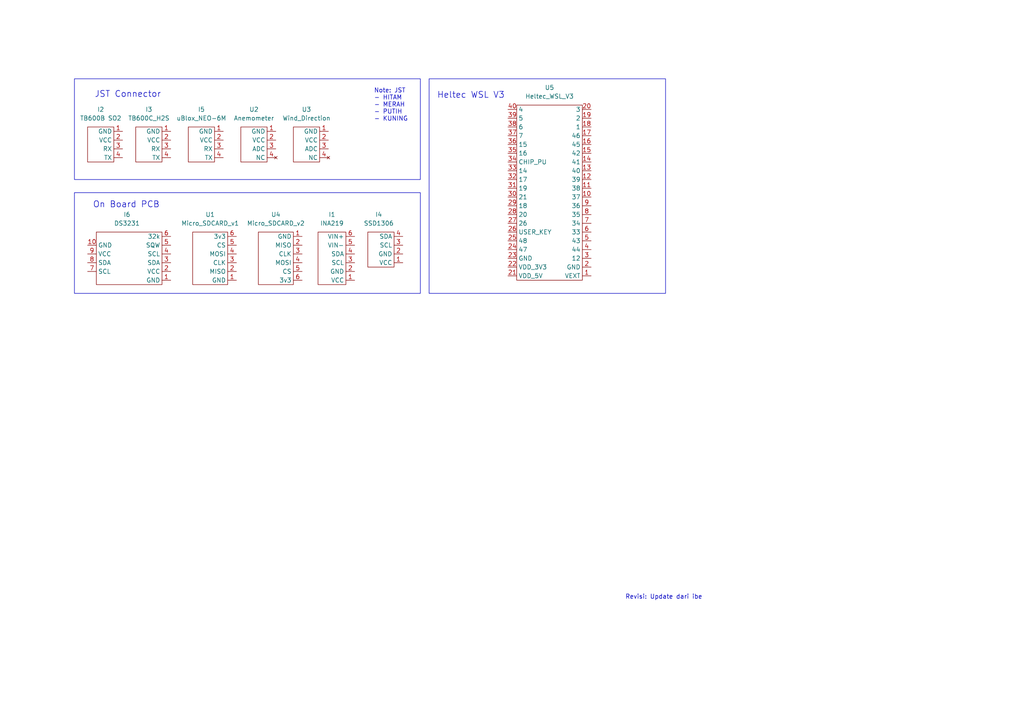
<source format=kicad_sch>
(kicad_sch (version 20250114) (generator "eeschema") (generator_version "9.0")
  (paper "A4")
  (lib_symbols
    (symbol "myCustom_STAS_RG:Anemometer"
      (property "Reference" "U2" (at 0 10.16 0))
      (property "Value" "Anemometer" (at 0 7.62 0))
      (symbol "Anemometer_0_1"
        (rectangle (start -3.81 5.08) (end 3.81 -5.08))
      )
      (symbol "Anemometer_1_1"
        (pin passive line (at 6.35 3.81 180) (length 2.54) (name "GND") (number "1"))
        (pin power_in line (at 6.35 1.27 180) (length 2.54) (name "VCC") (number "2"))
        (pin bidirectional line (at 6.35 -1.27 180) (length 2.54) (name "ADC") (number "3"))
        (pin no_connect line (at 6.35 -3.81 180) (length 2.54) (name "NC") (number "4"))
      )
    )
    (symbol "myCustom_STAS_RG:GPS"
      (property "Reference" "I5" (at 0 10.16 0))
      (property "Value" "uBlox_NEO-6M" (at 0 7.62 0))
      (symbol "GPS_0_1"
        (rectangle (start -3.8099 5.08) (end 3.81 -5.08))
      )
      (symbol "GPS_1_1"
        (pin passive line (at 6.35 3.81 180) (length 2.54) (name "GND") (number "1"))
        (pin power_in line (at 6.35 1.27 180) (length 2.54) (name "VCC") (number "2"))
        (pin bidirectional line (at 6.35 -1.27 180) (length 2.54) (name "RX") (number "3"))
        (pin bidirectional line (at 6.35 -3.81 180) (length 2.54) (name "TX") (number "4"))
      )
    )
    (symbol "myCustom_STAS_RG:INA219"
      (property "Reference" "I1" (at 16.51 -1.0355 90))
      (property "Value" "INA219" (at 13.97 -1.0355 90))
      (symbol "INA219_0_1"
        (rectangle (start -3.81 3.0089) (end 11.43 -5.08))
      )
      (symbol "INA219_1_1"
        (pin power_in line (at -2.54 -7.62 90) (length 2.54) (name "VCC") (number "1"))
        (pin passive line (at 0 -7.62 90) (length 2.54) (name "GND") (number "2"))
        (pin bidirectional line (at 2.54 -7.62 90) (length 2.54) (name "SCL") (number "3"))
        (pin bidirectional line (at 5.08 -7.62 90) (length 2.54) (name "SDA") (number "4"))
        (pin bidirectional line (at 7.62 -7.62 90) (length 2.54) (name "VIN-") (number "5"))
        (pin bidirectional line (at 10.16 -7.62 90) (length 2.54) (name "VIN+") (number "6"))
      )
    )
    (symbol "myCustom_STAS_RG:RTC_DS3231​"
      (property "Reference" "I6" (at 0 12.7 0))
      (property "Value" "DS3231​" (at 0 10.16 0))
      (symbol "RTC_DS3231​_0_1"
        (rectangle (start -8.89 7.62) (end 10.16 -7.62))
      )
      (symbol "RTC_DS3231​_1_1"
        (pin passive line (at -11.43 3.81 0) (length 2.54) (name "GND") (number "10"))
        (pin power_in line (at -11.43 1.27 0) (length 2.54) (name "VCC") (number "9"))
        (pin bidirectional line (at -11.43 -1.27 0) (length 2.54) (name "SDA") (number "8"))
        (pin bidirectional line (at -11.43 -3.81 0) (length 2.54) (name "SCL") (number "7"))
        (pin output line (at 12.7 6.35 180) (length 2.54) (name "32k") (number "6"))
        (pin output line (at 12.7 3.81 180) (length 2.54) (name "SQW") (number "5"))
        (pin bidirectional line (at 12.7 1.27 180) (length 2.54) (name "SCL") (number "4"))
        (pin bidirectional line (at 12.7 -1.27 180) (length 2.54) (name "SDA") (number "3"))
        (pin power_in line (at 12.7 -3.81 180) (length 2.54) (name "VCC") (number "2"))
        (pin passive line (at 12.7 -6.35 180) (length 2.54) (name "GND") (number "1"))
      )
    )
    (symbol "myCustom_STAS_RG:SPI SD Card"
      (property "Reference" "U1" (at 0 11.43 0))
      (property "Value" "Micro_SDCARD_v1" (at 0 8.89 0))
      (symbol "SPI SD Card_0_1"
        (rectangle (start -5.08 6.35) (end 5.08 -8.89))
      )
      (symbol "SPI SD Card_1_1"
        (pin power_in line (at 7.62 5.08 180) (length 2.54) (name "3v3") (number "6"))
        (pin bidirectional line (at 7.62 2.54 180) (length 2.54) (name "CS") (number "5"))
        (pin bidirectional line (at 7.62 0 180) (length 2.54) (name "MOSI") (number "4"))
        (pin bidirectional line (at 7.62 -2.54 180) (length 2.54) (name "CLK") (number "3"))
        (pin bidirectional line (at 7.62 -5.08 180) (length 2.54) (name "MISO") (number "2"))
        (pin passive line (at 7.62 -7.62 180) (length 2.54) (name "GND") (number "1"))
      )
    )
    (symbol "myCustom_STAS_RG:SPI SD Card_v2"
      (property "Reference" "U4" (at 0 11.43 0))
      (property "Value" "Micro_SDCARD_v2" (at 0 8.89 0))
      (symbol "SPI SD Card_v2_0_1"
        (rectangle (start -5.08 6.35) (end 5.08 -8.89))
      )
      (symbol "SPI SD Card_v2_1_1"
        (pin passive line (at 7.62 5.08 180) (length 2.54) (name "GND") (number "1"))
        (pin bidirectional line (at 7.62 2.54 180) (length 2.54) (name "MISO") (number "2"))
        (pin bidirectional line (at 7.62 0 180) (length 2.54) (name "CLK") (number "3"))
        (pin bidirectional line (at 7.62 -2.54 180) (length 2.54) (name "MOSI") (number "4"))
        (pin bidirectional line (at 7.62 -5.08 180) (length 2.54) (name "CS") (number "5"))
        (pin power_in line (at 7.62 -7.62 180) (length 2.54) (name "3v3") (number "6"))
      )
    )
    (symbol "myCustom_STAS_RG:SSD1306​"
      (property "Reference" "I4" (at -0.635 6.35 0))
      (property "Value" "SSD1306​" (at -0.635 3.81 0))
      (symbol "SSD1306​_0_1"
        (rectangle (start -3.81 1.27) (end 3.81 -8.89))
      )
      (symbol "SSD1306​_1_1"
        (pin bidirectional line (at 6.35 0 180) (length 2.54) (name "SDA") (number "4"))
        (pin bidirectional line (at 6.35 -2.54 180) (length 2.54) (name "SCL") (number "3"))
        (pin passive line (at 6.35 -5.08 180) (length 2.54) (name "GND") (number "2"))
        (pin power_in line (at 6.35 -7.62 180) (length 2.54) (name "VCC") (number "1"))
      )
    )
    (symbol "myCustom_STAS_RG:TB600B"
      (property "Reference" "I2" (at 0 10.16 0))
      (property "Value" "TB600B SO2" (at 0 7.62 0))
      (symbol "TB600B_0_1"
        (rectangle (start -3.81 5.08) (end 3.81 -5.08))
      )
      (symbol "TB600B_1_1"
        (pin passive line (at 6.35 3.81 180) (length 2.54) (name "GND") (number "1"))
        (pin power_in line (at 6.35 1.27 180) (length 2.54) (name "VCC") (number "2"))
        (pin bidirectional line (at 6.35 -1.27 180) (length 2.54) (name "RX") (number "3"))
        (pin bidirectional line (at 6.35 -3.81 180) (length 2.54) (name "TX") (number "4"))
      )
    )
    (symbol "myCustom_STAS_RG:TB600C"
      (property "Reference" "I3" (at -1.27 10.16 0))
      (property "Value" "TB600C_H2S" (at -1.27 7.62 0))
      (symbol "TB600C_0_1"
        (rectangle (start -5.08 5.08) (end 2.54 -5.08))
      )
      (symbol "TB600C_1_1"
        (pin passive line (at 5.08 3.81 180) (length 2.54) (name "GND") (number "1"))
        (pin power_in line (at 5.08 1.27 180) (length 2.54) (name "VCC") (number "2"))
        (pin bidirectional line (at 5.08 -1.27 180) (length 2.54) (name "RX") (number "3"))
        (pin bidirectional line (at 5.08 -3.81 180) (length 2.54) (name "TX") (number "4"))
      )
    )
    (symbol "myCustom_STAS_RG:WSL_V3"
      (property "Reference" "U5" (at -4.445 17.78 0))
      (property "Value" "Heltec_WSL_V3" (at -4.445 15.24 0))
      (symbol "WSL_V3_0_1"
        (rectangle (start -13.97 12.7) (end 5.08 -38.1))
      )
      (symbol "WSL_V3_1_1"
        (pin bidirectional line (at -16.51 11.43 0) (length 2.54) (name "4") (number "40"))
        (pin bidirectional line (at -16.51 8.89 0) (length 2.54) (name "5") (number "39"))
        (pin bidirectional line (at -16.51 6.35 0) (length 2.54) (name "6") (number "38"))
        (pin bidirectional line (at -16.51 3.81 0) (length 2.54) (name "7") (number "37"))
        (pin bidirectional line (at -16.51 1.27 0) (length 2.54) (name "15") (number "36"))
        (pin bidirectional line (at -16.51 -1.27 0) (length 2.54) (name "16") (number "35"))
        (pin input line (at -16.51 -3.81 0) (length 2.54) (name "CHIP_PU") (number "34"))
        (pin bidirectional line (at -16.51 -6.35 0) (length 2.54) (name "14") (number "33"))
        (pin bidirectional line (at -16.51 -8.89 0) (length 2.54) (name "17") (number "32"))
        (pin bidirectional line (at -16.51 -11.43 0) (length 2.54) (name "19") (number "31"))
        (pin bidirectional line (at -16.51 -13.97 0) (length 2.54) (name "21") (number "30"))
        (pin bidirectional line (at -16.51 -16.51 0) (length 2.54) (name "18") (number "29"))
        (pin bidirectional line (at -16.51 -19.05 0) (length 2.54) (name "20") (number "28"))
        (pin bidirectional line (at -16.51 -21.59 0) (length 2.54) (name "26") (number "27"))
        (pin bidirectional line (at -16.51 -24.13 0) (length 2.54) (name "USER_KEY") (number "26"))
        (pin bidirectional line (at -16.51 -26.67 0) (length 2.54) (name "48") (number "25"))
        (pin bidirectional line (at -16.51 -29.21 0) (length 2.54) (name "47") (number "24"))
        (pin passive line (at -16.51 -31.75 0) (length 2.54) (name "GND") (number "23"))
        (pin power_in line (at -16.51 -34.29 0) (length 2.54) (name "VDD_3V3") (number "22"))
        (pin power_in line (at -16.51 -36.83 0) (length 2.54) (name "VDD_5V") (number "21"))
        (pin bidirectional line (at 7.62 11.43 180) (length 2.54) (name "3") (number "20"))
        (pin bidirectional line (at 7.62 8.89 180) (length 2.54) (name "2") (number "19"))
        (pin bidirectional line (at 7.62 6.35 180) (length 2.54) (name "1") (number "18"))
        (pin bidirectional line (at 7.62 3.81 180) (length 2.54) (name "46") (number "17"))
        (pin bidirectional line (at 7.62 1.27 180) (length 2.54) (name "45") (number "16"))
        (pin bidirectional line (at 7.62 -1.27 180) (length 2.54) (name "42") (number "15"))
        (pin bidirectional line (at 7.62 -3.81 180) (length 2.54) (name "41") (number "14"))
        (pin bidirectional line (at 7.62 -6.35 180) (length 2.54) (name "40") (number "13"))
        (pin bidirectional line (at 7.62 -8.89 180) (length 2.54) (name "39") (number "12"))
        (pin bidirectional line (at 7.62 -11.43 180) (length 2.54) (name "38") (number "11"))
        (pin bidirectional line (at 7.62 -13.97 180) (length 2.54) (name "37") (number "10"))
        (pin bidirectional line (at 7.62 -16.51 180) (length 2.54) (name "36") (number "9"))
        (pin bidirectional line (at 7.62 -19.05 180) (length 2.54) (name "35") (number "8"))
        (pin bidirectional line (at 7.62 -21.59 180) (length 2.54) (name "34") (number "7"))
        (pin bidirectional line (at 7.62 -24.13 180) (length 2.54) (name "33") (number "6"))
        (pin bidirectional line (at 7.62 -26.67 180) (length 2.54) (name "43") (number "5"))
        (pin bidirectional line (at 7.62 -29.21 180) (length 2.54) (name "44") (number "4"))
        (pin bidirectional line (at 7.62 -31.75 180) (length 2.54) (name "12") (number "3"))
        (pin passive line (at 7.62 -34.29 180) (length 2.54) (name "GND") (number "2"))
        (pin power_out line (at 7.62 -36.83 180) (length 2.54) (name "VEXT") (number "1"))
      )
    )
    (symbol "myCustom_STAS_RG:Wind Direction"
      (property "Reference" "U3" (at 0 10.16 0))
      (property "Value" "Wind_Direction" (at 0 7.62 0))
      (symbol "Wind Direction_0_1"
        (rectangle (start -3.81 5.08) (end 3.81 -5.08))
      )
      (symbol "Wind Direction_1_1"
        (pin passive line (at 6.35 3.81 180) (length 2.54) (name "GND") (number "1"))
        (pin power_in line (at 6.35 1.27 180) (length 2.54) (name "VCC") (number "2"))
        (pin bidirectional line (at 6.35 -1.27 180) (length 2.54) (name "ADC") (number "3"))
        (pin no_connect line (at 6.35 -3.81 180) (length 2.54) (name "NC") (number "4"))
      )
    )
  )
  (rectangle (start 21.59 55.88) (end 121.92 85.09))
  (rectangle (start 21.59 22.86) (end 121.92 52.07))
  (rectangle (start 124.46 22.86) (end 193.04 85.09))
  (text "Heltec WSL V3" (at 126.746 27.686 0) (effects (font (size 1.778 1.778)) (justify left)))
  (text "JST Connector" (at 27.432 27.432 0) (effects (font (size 1.778 1.778)) (justify left)))
  (text "Revisi: Update dari ibe" (at 192.532 173.228 0) (effects (font (size 1.27 1.27))))
  (text "Note: JST\n- HITAM\n- MERAH\n- PUTIH\n- KUNING" (at 108.458 30.48 0) (effects (font (size 1.27 1.27)) (justify left)))
  (text "On Board PCB" (at 26.924 59.436 0) (effects (font (size 1.778 1.778)) (justify left)))
  (symbol (lib_id "myCustom_STAS_RG:WSL_V3") (at 163.83 43.18 0) (unit 1)
    (property "Reference" "U5" (at 159.385 25.4 0))
    (property "Value" "Heltec_WSL_V3" (at 159.385 27.94 0))
    (property "Footprint" "Custom Board:Heltec_WSL_V3_v1" (effects (hide yes)))
    (property "Description" "Heltec_WSL_V3" (effects (hide yes)))
  )
  (symbol (lib_id "myCustom_STAS_RG:Anemometer") (at 73.66 41.91 0) (unit 1)
    (property "Reference" "U2" (at 73.66 31.75 0))
    (property "Value" "Anemometer" (at 73.66 34.29 0))
    (property "Footprint" "Custom Board:STASRG_Anemometer" (effects (hide yes)))
    (property "Description" "Anemometer Wind Speed" (effects (hide yes)))
  )
  (symbol (lib_id "myCustom_STAS_RG:SSD1306​") (at 110.49 68.58 0) (unit 1)
    (property "Reference" "I4" (at 109.855 62.23 0))
    (property "Value" "SSD1306​" (at 109.855 64.77 0))
    (property "Footprint" "Custom Board:SSD1306_onBoard" (effects (hide yes)))
    (property "Description" "DISPLAY SSD1306​ I2C" (effects (hide yes)))
  )
  (symbol (lib_id "myCustom_STAS_RG:TB600B") (at 29.21 41.91 0) (unit 1)
    (property "Reference" "I2" (at 29.21 31.75 0))
    (property "Value" "TB600B SO2" (at 29.21 34.29 0))
    (property "Footprint" "Custom Board:TB600B_SO2" (effects (hide yes)))
    (property "Description" "TB600B Gas Sensor SO2" (effects (hide yes)))
  )
  (symbol (lib_id "myCustom_STAS_RG:TB600C") (at 44.45 41.91 0) (unit 1)
    (property "Reference" "I3" (at 43.18 31.75 0))
    (property "Value" "TB600C_H2S" (at 43.18 34.29 0))
    (property "Footprint" "Custom Board:TB600C_H2S" (effects (hide yes)))
    (property "Description" "TB600C Gas Sensor H2S + Temp + Hum" (effects (hide yes)))
  )
  (symbol (lib_id "myCustom_STAS_RG:GPS") (at 58.42 41.91 0) (unit 1)
    (property "Reference" "I5" (at 58.42 31.75 0))
    (property "Value" "uBlox_NEO-6M" (at 58.42 34.29 0))
    (property "Footprint" "Custom Board:uBlox_NEO-6M" (effects (hide yes)))
    (property "Description" "GPS MODULE" (effects (hide yes)))
  )
  (symbol (lib_id "myCustom_STAS_RG:SPI SD Card") (at 60.96 73.66 0) (unit 1)
    (property "Reference" "U1" (at 60.96 62.23 0))
    (property "Value" "Micro_SDCARD_v1" (at 60.96 64.77 0))
    (property "Footprint" "Custom Board:Micro_SDCARD_v1" (effects (hide yes)))
    (property "Description" "SPI SD Card Reader" (effects (hide yes)))
  )
  (symbol (lib_id "myCustom_STAS_RG:RTC_DS3231​") (at 36.83 74.93 0) (unit 1)
    (property "Reference" "I6" (at 36.83 62.23 0))
    (property "Value" "DS3231​" (at 36.83 64.77 0))
    (property "Footprint" "Custom Board:DS3231" (effects (hide yes)))
    (property "Description" "Real-time Clock DS3231​" (effects (hide yes)))
  )
  (symbol (lib_id "myCustom_STAS_RG:Wind Direction") (at 88.9 41.91 0) (unit 1)
    (property "Reference" "U3" (at 88.9 31.75 0))
    (property "Value" "Wind_Direction" (at 88.9 34.29 0))
    (property "Footprint" "Custom Board:STASRG_Wind_Dir" (effects (hide yes)))
    (property "Description" "ADC Wind Direction Sensor" (effects (hide yes)))
  )
  (symbol (lib_id "myCustom_STAS_RG:INA219") (at 95.25 78.74 90) (unit 1)
    (property "Reference" "I1" (at 96.2855 62.23 90))
    (property "Value" "INA219" (at 96.2855 64.77 90))
    (property "Footprint" "Custom Board:INA219" (effects (hide yes)))
    (property "Description" "Sensor INA219 I2C" (effects (hide yes)))
  )
  (symbol (lib_id "myCustom_STAS_RG:SPI SD Card_v2") (at 80.01 73.66 0) (unit 1)
    (property "Reference" "U4" (at 80.01 62.23 0))
    (property "Value" "Micro_SDCARD_v2" (at 80.01 64.77 0))
    (property "Footprint" "Custom Board:Micro_SDCARD_v2" (effects (hide yes)))
    (property "Description" "SPI SD Card Reader" (effects (hide yes)))
  )
)
</source>
